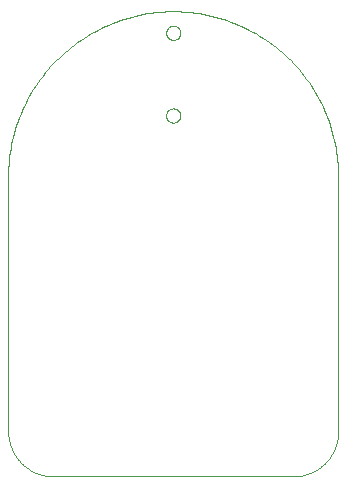
<source format=gbp>
G75*
%MOIN*%
%OFA0B0*%
%FSLAX25Y25*%
%IPPOS*%
%LPD*%
%AMOC8*
5,1,8,0,0,1.08239X$1,22.5*
%
%ADD10C,0.00000*%
D10*
X0009792Y0034006D02*
X0009792Y0119006D01*
X0009808Y0120345D01*
X0009857Y0121684D01*
X0009939Y0123021D01*
X0010053Y0124355D01*
X0010199Y0125687D01*
X0010378Y0127014D01*
X0010589Y0128337D01*
X0010833Y0129654D01*
X0011108Y0130965D01*
X0011415Y0132268D01*
X0011754Y0133564D01*
X0012124Y0134851D01*
X0012525Y0136129D01*
X0012958Y0137397D01*
X0013421Y0138654D01*
X0013915Y0139899D01*
X0014439Y0141132D01*
X0014992Y0142351D01*
X0015576Y0143557D01*
X0016188Y0144748D01*
X0016829Y0145924D01*
X0017499Y0147084D01*
X0018197Y0148227D01*
X0018922Y0149353D01*
X0019675Y0150461D01*
X0020454Y0151551D01*
X0021260Y0152621D01*
X0022091Y0153671D01*
X0022948Y0154700D01*
X0023830Y0155709D01*
X0024735Y0156695D01*
X0025665Y0157659D01*
X0026618Y0158601D01*
X0027593Y0159519D01*
X0028591Y0160412D01*
X0029610Y0161282D01*
X0030650Y0162126D01*
X0031710Y0162944D01*
X0032790Y0163737D01*
X0033888Y0164503D01*
X0035006Y0165242D01*
X0036140Y0165954D01*
X0037292Y0166637D01*
X0038460Y0167293D01*
X0039644Y0167920D01*
X0040842Y0168518D01*
X0042055Y0169086D01*
X0043281Y0169625D01*
X0044520Y0170134D01*
X0045771Y0170612D01*
X0047034Y0171060D01*
X0048306Y0171477D01*
X0049589Y0171863D01*
X0050881Y0172218D01*
X0052181Y0172541D01*
X0053488Y0172832D01*
X0054802Y0173091D01*
X0056122Y0173318D01*
X0057447Y0173513D01*
X0058777Y0173676D01*
X0060110Y0173806D01*
X0061445Y0173904D01*
X0062783Y0173969D01*
X0064122Y0174002D01*
X0065462Y0174002D01*
X0066801Y0173969D01*
X0068139Y0173904D01*
X0069474Y0173806D01*
X0070807Y0173676D01*
X0072137Y0173513D01*
X0073462Y0173318D01*
X0074782Y0173091D01*
X0076096Y0172832D01*
X0077403Y0172541D01*
X0078703Y0172218D01*
X0079995Y0171863D01*
X0081278Y0171477D01*
X0082550Y0171060D01*
X0083813Y0170612D01*
X0085064Y0170134D01*
X0086303Y0169625D01*
X0087529Y0169086D01*
X0088742Y0168518D01*
X0089940Y0167920D01*
X0091124Y0167293D01*
X0092292Y0166637D01*
X0093444Y0165954D01*
X0094578Y0165242D01*
X0095696Y0164503D01*
X0096794Y0163737D01*
X0097874Y0162944D01*
X0098934Y0162126D01*
X0099974Y0161282D01*
X0100993Y0160412D01*
X0101991Y0159519D01*
X0102966Y0158601D01*
X0103919Y0157659D01*
X0104849Y0156695D01*
X0105754Y0155709D01*
X0106636Y0154700D01*
X0107493Y0153671D01*
X0108324Y0152621D01*
X0109130Y0151551D01*
X0109909Y0150461D01*
X0110662Y0149353D01*
X0111387Y0148227D01*
X0112085Y0147084D01*
X0112755Y0145924D01*
X0113396Y0144748D01*
X0114008Y0143557D01*
X0114592Y0142351D01*
X0115145Y0141132D01*
X0115669Y0139899D01*
X0116163Y0138654D01*
X0116626Y0137397D01*
X0117059Y0136129D01*
X0117460Y0134851D01*
X0117830Y0133564D01*
X0118169Y0132268D01*
X0118476Y0130965D01*
X0118751Y0129654D01*
X0118995Y0128337D01*
X0119206Y0127014D01*
X0119385Y0125687D01*
X0119531Y0124355D01*
X0119645Y0123021D01*
X0119727Y0121684D01*
X0119776Y0120345D01*
X0119792Y0119006D01*
X0119792Y0034006D01*
X0119788Y0033644D01*
X0119774Y0033281D01*
X0119753Y0032919D01*
X0119722Y0032558D01*
X0119683Y0032198D01*
X0119635Y0031839D01*
X0119578Y0031481D01*
X0119513Y0031124D01*
X0119439Y0030769D01*
X0119356Y0030416D01*
X0119265Y0030065D01*
X0119166Y0029717D01*
X0119058Y0029371D01*
X0118942Y0029027D01*
X0118817Y0028687D01*
X0118685Y0028350D01*
X0118544Y0028016D01*
X0118395Y0027685D01*
X0118238Y0027358D01*
X0118074Y0027035D01*
X0117902Y0026716D01*
X0117722Y0026402D01*
X0117534Y0026091D01*
X0117339Y0025786D01*
X0117137Y0025485D01*
X0116927Y0025189D01*
X0116711Y0024899D01*
X0116487Y0024613D01*
X0116257Y0024333D01*
X0116020Y0024059D01*
X0115776Y0023791D01*
X0115526Y0023528D01*
X0115270Y0023272D01*
X0115007Y0023022D01*
X0114739Y0022778D01*
X0114465Y0022541D01*
X0114185Y0022311D01*
X0113899Y0022087D01*
X0113609Y0021871D01*
X0113313Y0021661D01*
X0113012Y0021459D01*
X0112707Y0021264D01*
X0112396Y0021076D01*
X0112082Y0020896D01*
X0111763Y0020724D01*
X0111440Y0020560D01*
X0111113Y0020403D01*
X0110782Y0020254D01*
X0110448Y0020113D01*
X0110111Y0019981D01*
X0109771Y0019856D01*
X0109427Y0019740D01*
X0109081Y0019632D01*
X0108733Y0019533D01*
X0108382Y0019442D01*
X0108029Y0019359D01*
X0107674Y0019285D01*
X0107317Y0019220D01*
X0106959Y0019163D01*
X0106600Y0019115D01*
X0106240Y0019076D01*
X0105879Y0019045D01*
X0105517Y0019024D01*
X0105154Y0019010D01*
X0104792Y0019006D01*
X0024792Y0019006D01*
X0024430Y0019010D01*
X0024067Y0019024D01*
X0023705Y0019045D01*
X0023344Y0019076D01*
X0022984Y0019115D01*
X0022625Y0019163D01*
X0022267Y0019220D01*
X0021910Y0019285D01*
X0021555Y0019359D01*
X0021202Y0019442D01*
X0020851Y0019533D01*
X0020503Y0019632D01*
X0020157Y0019740D01*
X0019813Y0019856D01*
X0019473Y0019981D01*
X0019136Y0020113D01*
X0018802Y0020254D01*
X0018471Y0020403D01*
X0018144Y0020560D01*
X0017821Y0020724D01*
X0017502Y0020896D01*
X0017188Y0021076D01*
X0016877Y0021264D01*
X0016572Y0021459D01*
X0016271Y0021661D01*
X0015975Y0021871D01*
X0015685Y0022087D01*
X0015399Y0022311D01*
X0015119Y0022541D01*
X0014845Y0022778D01*
X0014577Y0023022D01*
X0014314Y0023272D01*
X0014058Y0023528D01*
X0013808Y0023791D01*
X0013564Y0024059D01*
X0013327Y0024333D01*
X0013097Y0024613D01*
X0012873Y0024899D01*
X0012657Y0025189D01*
X0012447Y0025485D01*
X0012245Y0025786D01*
X0012050Y0026091D01*
X0011862Y0026402D01*
X0011682Y0026716D01*
X0011510Y0027035D01*
X0011346Y0027358D01*
X0011189Y0027685D01*
X0011040Y0028016D01*
X0010899Y0028350D01*
X0010767Y0028687D01*
X0010642Y0029027D01*
X0010526Y0029371D01*
X0010418Y0029717D01*
X0010319Y0030065D01*
X0010228Y0030416D01*
X0010145Y0030769D01*
X0010071Y0031124D01*
X0010006Y0031481D01*
X0009949Y0031839D01*
X0009901Y0032198D01*
X0009862Y0032558D01*
X0009831Y0032919D01*
X0009810Y0033281D01*
X0009796Y0033644D01*
X0009792Y0034006D01*
X0062430Y0139281D02*
X0062432Y0139378D01*
X0062438Y0139475D01*
X0062448Y0139571D01*
X0062462Y0139667D01*
X0062480Y0139763D01*
X0062501Y0139857D01*
X0062527Y0139951D01*
X0062556Y0140043D01*
X0062590Y0140134D01*
X0062626Y0140224D01*
X0062667Y0140312D01*
X0062711Y0140398D01*
X0062759Y0140483D01*
X0062810Y0140565D01*
X0062864Y0140646D01*
X0062922Y0140724D01*
X0062983Y0140799D01*
X0063046Y0140872D01*
X0063113Y0140943D01*
X0063183Y0141010D01*
X0063255Y0141075D01*
X0063330Y0141136D01*
X0063408Y0141195D01*
X0063487Y0141250D01*
X0063569Y0141302D01*
X0063653Y0141350D01*
X0063739Y0141395D01*
X0063827Y0141437D01*
X0063916Y0141475D01*
X0064007Y0141509D01*
X0064099Y0141539D01*
X0064192Y0141566D01*
X0064287Y0141588D01*
X0064382Y0141607D01*
X0064478Y0141622D01*
X0064574Y0141633D01*
X0064671Y0141640D01*
X0064768Y0141643D01*
X0064865Y0141642D01*
X0064962Y0141637D01*
X0065058Y0141628D01*
X0065154Y0141615D01*
X0065250Y0141598D01*
X0065345Y0141577D01*
X0065438Y0141553D01*
X0065531Y0141524D01*
X0065623Y0141492D01*
X0065713Y0141456D01*
X0065801Y0141417D01*
X0065888Y0141373D01*
X0065973Y0141327D01*
X0066056Y0141276D01*
X0066137Y0141223D01*
X0066215Y0141166D01*
X0066292Y0141106D01*
X0066365Y0141043D01*
X0066436Y0140977D01*
X0066504Y0140908D01*
X0066570Y0140836D01*
X0066632Y0140762D01*
X0066691Y0140685D01*
X0066747Y0140606D01*
X0066800Y0140524D01*
X0066850Y0140441D01*
X0066895Y0140355D01*
X0066938Y0140268D01*
X0066977Y0140179D01*
X0067012Y0140089D01*
X0067043Y0139997D01*
X0067070Y0139904D01*
X0067094Y0139810D01*
X0067114Y0139715D01*
X0067130Y0139619D01*
X0067142Y0139523D01*
X0067150Y0139426D01*
X0067154Y0139329D01*
X0067154Y0139233D01*
X0067150Y0139136D01*
X0067142Y0139039D01*
X0067130Y0138943D01*
X0067114Y0138847D01*
X0067094Y0138752D01*
X0067070Y0138658D01*
X0067043Y0138565D01*
X0067012Y0138473D01*
X0066977Y0138383D01*
X0066938Y0138294D01*
X0066895Y0138207D01*
X0066850Y0138121D01*
X0066800Y0138038D01*
X0066747Y0137956D01*
X0066691Y0137877D01*
X0066632Y0137800D01*
X0066570Y0137726D01*
X0066504Y0137654D01*
X0066436Y0137585D01*
X0066365Y0137519D01*
X0066292Y0137456D01*
X0066215Y0137396D01*
X0066137Y0137339D01*
X0066056Y0137286D01*
X0065973Y0137235D01*
X0065888Y0137189D01*
X0065801Y0137145D01*
X0065713Y0137106D01*
X0065623Y0137070D01*
X0065531Y0137038D01*
X0065438Y0137009D01*
X0065345Y0136985D01*
X0065250Y0136964D01*
X0065154Y0136947D01*
X0065058Y0136934D01*
X0064962Y0136925D01*
X0064865Y0136920D01*
X0064768Y0136919D01*
X0064671Y0136922D01*
X0064574Y0136929D01*
X0064478Y0136940D01*
X0064382Y0136955D01*
X0064287Y0136974D01*
X0064192Y0136996D01*
X0064099Y0137023D01*
X0064007Y0137053D01*
X0063916Y0137087D01*
X0063827Y0137125D01*
X0063739Y0137167D01*
X0063653Y0137212D01*
X0063569Y0137260D01*
X0063487Y0137312D01*
X0063408Y0137367D01*
X0063330Y0137426D01*
X0063255Y0137487D01*
X0063183Y0137552D01*
X0063113Y0137619D01*
X0063046Y0137690D01*
X0062983Y0137763D01*
X0062922Y0137838D01*
X0062864Y0137916D01*
X0062810Y0137997D01*
X0062759Y0138079D01*
X0062711Y0138164D01*
X0062667Y0138250D01*
X0062626Y0138338D01*
X0062590Y0138428D01*
X0062556Y0138519D01*
X0062527Y0138611D01*
X0062501Y0138705D01*
X0062480Y0138799D01*
X0062462Y0138895D01*
X0062448Y0138991D01*
X0062438Y0139087D01*
X0062432Y0139184D01*
X0062430Y0139281D01*
X0062430Y0166841D02*
X0062432Y0166938D01*
X0062438Y0167035D01*
X0062448Y0167131D01*
X0062462Y0167227D01*
X0062480Y0167323D01*
X0062501Y0167417D01*
X0062527Y0167511D01*
X0062556Y0167603D01*
X0062590Y0167694D01*
X0062626Y0167784D01*
X0062667Y0167872D01*
X0062711Y0167958D01*
X0062759Y0168043D01*
X0062810Y0168125D01*
X0062864Y0168206D01*
X0062922Y0168284D01*
X0062983Y0168359D01*
X0063046Y0168432D01*
X0063113Y0168503D01*
X0063183Y0168570D01*
X0063255Y0168635D01*
X0063330Y0168696D01*
X0063408Y0168755D01*
X0063487Y0168810D01*
X0063569Y0168862D01*
X0063653Y0168910D01*
X0063739Y0168955D01*
X0063827Y0168997D01*
X0063916Y0169035D01*
X0064007Y0169069D01*
X0064099Y0169099D01*
X0064192Y0169126D01*
X0064287Y0169148D01*
X0064382Y0169167D01*
X0064478Y0169182D01*
X0064574Y0169193D01*
X0064671Y0169200D01*
X0064768Y0169203D01*
X0064865Y0169202D01*
X0064962Y0169197D01*
X0065058Y0169188D01*
X0065154Y0169175D01*
X0065250Y0169158D01*
X0065345Y0169137D01*
X0065438Y0169113D01*
X0065531Y0169084D01*
X0065623Y0169052D01*
X0065713Y0169016D01*
X0065801Y0168977D01*
X0065888Y0168933D01*
X0065973Y0168887D01*
X0066056Y0168836D01*
X0066137Y0168783D01*
X0066215Y0168726D01*
X0066292Y0168666D01*
X0066365Y0168603D01*
X0066436Y0168537D01*
X0066504Y0168468D01*
X0066570Y0168396D01*
X0066632Y0168322D01*
X0066691Y0168245D01*
X0066747Y0168166D01*
X0066800Y0168084D01*
X0066850Y0168001D01*
X0066895Y0167915D01*
X0066938Y0167828D01*
X0066977Y0167739D01*
X0067012Y0167649D01*
X0067043Y0167557D01*
X0067070Y0167464D01*
X0067094Y0167370D01*
X0067114Y0167275D01*
X0067130Y0167179D01*
X0067142Y0167083D01*
X0067150Y0166986D01*
X0067154Y0166889D01*
X0067154Y0166793D01*
X0067150Y0166696D01*
X0067142Y0166599D01*
X0067130Y0166503D01*
X0067114Y0166407D01*
X0067094Y0166312D01*
X0067070Y0166218D01*
X0067043Y0166125D01*
X0067012Y0166033D01*
X0066977Y0165943D01*
X0066938Y0165854D01*
X0066895Y0165767D01*
X0066850Y0165681D01*
X0066800Y0165598D01*
X0066747Y0165516D01*
X0066691Y0165437D01*
X0066632Y0165360D01*
X0066570Y0165286D01*
X0066504Y0165214D01*
X0066436Y0165145D01*
X0066365Y0165079D01*
X0066292Y0165016D01*
X0066215Y0164956D01*
X0066137Y0164899D01*
X0066056Y0164846D01*
X0065973Y0164795D01*
X0065888Y0164749D01*
X0065801Y0164705D01*
X0065713Y0164666D01*
X0065623Y0164630D01*
X0065531Y0164598D01*
X0065438Y0164569D01*
X0065345Y0164545D01*
X0065250Y0164524D01*
X0065154Y0164507D01*
X0065058Y0164494D01*
X0064962Y0164485D01*
X0064865Y0164480D01*
X0064768Y0164479D01*
X0064671Y0164482D01*
X0064574Y0164489D01*
X0064478Y0164500D01*
X0064382Y0164515D01*
X0064287Y0164534D01*
X0064192Y0164556D01*
X0064099Y0164583D01*
X0064007Y0164613D01*
X0063916Y0164647D01*
X0063827Y0164685D01*
X0063739Y0164727D01*
X0063653Y0164772D01*
X0063569Y0164820D01*
X0063487Y0164872D01*
X0063408Y0164927D01*
X0063330Y0164986D01*
X0063255Y0165047D01*
X0063183Y0165112D01*
X0063113Y0165179D01*
X0063046Y0165250D01*
X0062983Y0165323D01*
X0062922Y0165398D01*
X0062864Y0165476D01*
X0062810Y0165557D01*
X0062759Y0165639D01*
X0062711Y0165724D01*
X0062667Y0165810D01*
X0062626Y0165898D01*
X0062590Y0165988D01*
X0062556Y0166079D01*
X0062527Y0166171D01*
X0062501Y0166265D01*
X0062480Y0166359D01*
X0062462Y0166455D01*
X0062448Y0166551D01*
X0062438Y0166647D01*
X0062432Y0166744D01*
X0062430Y0166841D01*
M02*

</source>
